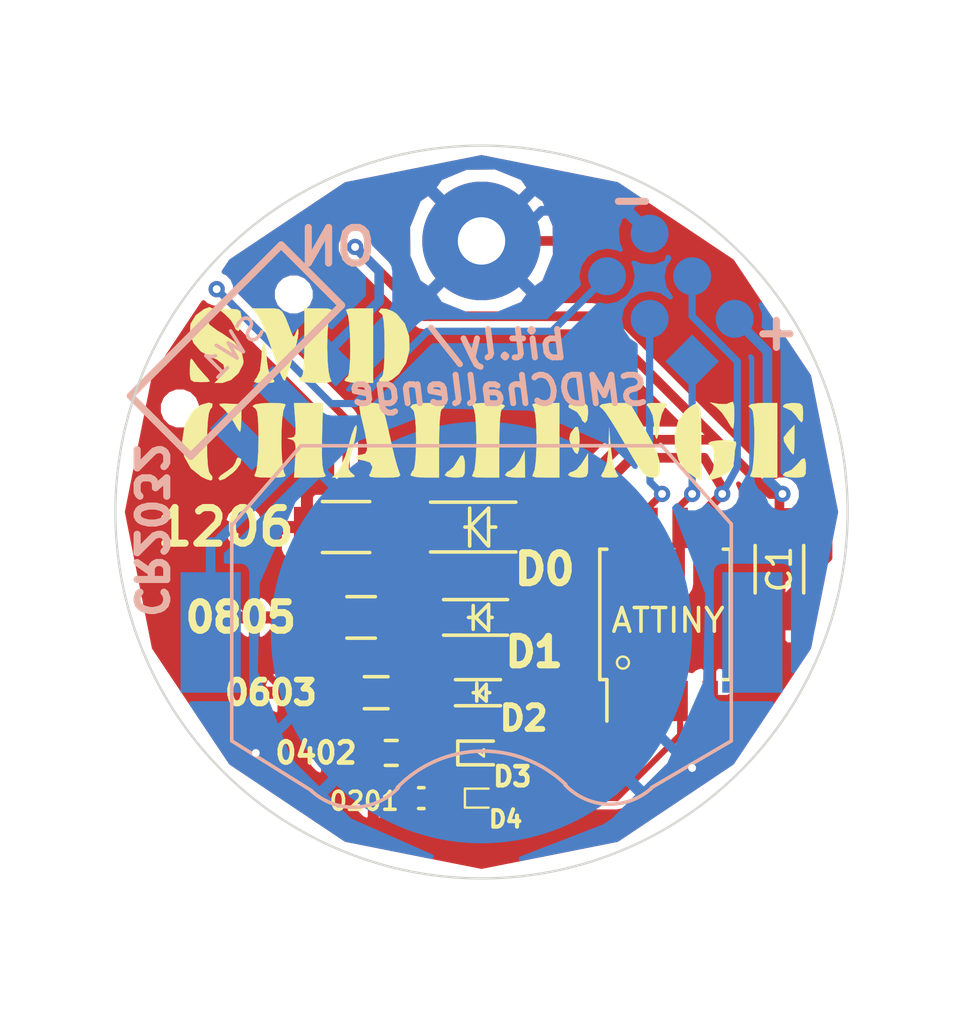
<source format=kicad_pcb>
(kicad_pcb (version 20201115) (generator pcbnew)
  (layers (0 "F.Cu" signal) (31 "B.Cu" signal) (34 "B.Paste" user) (35 "F.Paste" user) (36 "B.SilkS" user "B.Silkscreen") (37 "F.SilkS" user "F.Silkscreen") (38 "B.Mask" user) (39 "F.Mask" user) (44 "Edge.Cuts" user))
  (net 0 "")
  (net 1 "GND")
  (net 2 "+BATT")
  (net 3 "Net-(CON1-Pad1)")
  (net 4 "Net-(CON1-Pad3)")
  (net 5 "Net-(CON1-Pad4)")
  (net 6 "Net-(CON1-Pad5)")
  (net 7 "Net-(D1-Pad1)")
  (net 8 "Net-(D2-Pad1)")
  (net 9 "Net-(D3-Pad1)")
  (net 10 "Net-(D0-Pad1)")
  (net 11 "Net-(D3-Pad2)")
  (net 12 "Net-(D4-Pad2)")
  (net 13 "Net-(D4-Pad1)")
  (net 14 "Net-(BT1-Pad1)")
  (net 15 "Net-(SW1-Pad1)")
  (footprint "footprints:C_1206_HandSoldering" (layer "F.Cu") (at 220.853 93.853 90)
    (fp_text reference "C1" (at 0 0 90) (layer "F.SilkS"))
    (fp_text value "0.1 uF")
    (fp_line (start -1 1.025) (end 1 1.025) (layer "F.SilkS") (width 0.15))
    (fp_line (start 1 -1.025) (end -1 -1.025) (layer "F.SilkS") (width 0.15))
    (pad "1" smd rect (at -1.778 0 90) (size 1.6 1.6) (layers "F.Cu" "F.Paste" "F.Mask") (net 1 "GND"))
    (pad "2" smd rect (at 1.778 0 90) (size 1.6 1.6) (layers "F.Cu" "F.Paste" "F.Mask") (net 2 "+BATT"))
  )
  (footprint "footprints:LED-1206" (layer "F.Cu") (at 208.28 92.075)
    (fp_text reference "D0" (at 2.667 1.778) (layer "F.SilkS") (effects (font (size 1.25 1.25) (thickness 0.3125))))
    (fp_text value "LED")
    (fp_line (start 0.2 -0.7) (end -0.4 -0.1) (layer "F.SilkS") (width 0.15))
    (fp_line (start -0.4 0) (end 0.2 0.7) (layer "F.SilkS") (width 0.15))
    (fp_line (start -0.5 -0.5) (end -0.5 0.5) (layer "F.SilkS") (width 0.15))
    (fp_line (start -0.5 -0.7) (end -0.5 -0.8) (layer "F.SilkS") (width 0.15))
    (fp_line (start -0.7 0) (end -0.5 0) (layer "F.SilkS") (width 0.15))
    (fp_line (start 0.3 0.8) (end 0.3 -0.7) (layer "F.SilkS") (width 0.15))
    (fp_line (start -0.5 0.5) (end -0.5 0.7) (layer "F.SilkS") (width 0.15))
    (fp_line (start 0.2 0.7) (end 0.3 0.8) (layer "F.SilkS") (width 0.15))
    (fp_line (start -2.15 -1.05) (end 1.45 -1.05) (layer "F.SilkS") (width 0.15))
    (fp_line (start -0.5 -0.5) (end -0.5 -0.7) (layer "F.SilkS") (width 0.15))
    (fp_line (start 0.3 0) (end 0.6 0) (layer "F.SilkS") (width 0.15))
    (fp_line (start 0.2 -0.7) (end 0.3 -0.8) (layer "F.SilkS") (width 0.15))
    (fp_line (start -0.5 0.7) (end -0.5 0.8) (layer "F.SilkS") (width 0.15))
    (fp_line (start -2.15 1.05) (end 1.45 1.05) (layer "F.SilkS") (width 0.15))
    (fp_line (start 0.3 -0.7) (end 0.3 -0.8) (layer "F.SilkS") (width 0.15))
    (pad "1" smd rect (at -1.651 0 180) (size 1.7 1.80086) (layers "F.Cu" "F.Paste" "F.Mask") (net 10 "Net-(D0-Pad1)"))
    (pad "2" smd rect (at 1.524 0 180) (size 1.7 1.80086) (layers "F.Cu" "F.Paste" "F.Mask") (net 5 "Net-(CON1-Pad4)"))
  )
  (footprint "footprints:LED-0805" (layer "F.Cu") (at 208.28 95.885)
    (fp_text reference "D1" (at 2.2225 1.4605) (layer "F.SilkS") (effects (font (size 1.2 1.2) (thickness 0.3))))
    (fp_text value "LED")
    (fp_line (start -1.6 0.75) (end 1.1 0.75) (layer "F.SilkS") (width 0.15))
    (fp_line (start -1.6 -0.75) (end 1.1 -0.75) (layer "F.SilkS") (width 0.15))
    (fp_line (start -0.35 -0.35) (end -0.35 -0.5) (layer "F.SilkS") (width 0.15))
    (fp_line (start -0.25 0) (end 0.3 -0.55) (layer "F.SilkS") (width 0.15))
    (fp_line (start 0.3 0) (end 0.45 0) (layer "F.SilkS") (width 0.15))
    (fp_line (start 0.3 0.55) (end -0.25 0) (layer "F.SilkS") (width 0.15))
    (fp_line (start -0.35 -0.35) (end -0.35 0.35) (layer "F.SilkS") (width 0.15))
    (fp_line (start -0.35 0.35) (end -0.35 0.5) (layer "F.SilkS") (width 0.15))
    (fp_line (start 0.3 -0.55) (end 0.3 0.55) (layer "F.SilkS") (width 0.15))
    (fp_line (start -0.55 0) (end -0.2 0) (layer "F.SilkS") (width 0.15))
    (pad "1" smd rect (at -1.27 0 180) (size 1.3 1.19888) (layers "F.Cu" "F.Paste" "F.Mask") (net 7 "Net-(D1-Pad1)"))
    (pad "2" smd rect (at 1.143 0 180) (size 1.3 1.19888) (layers "F.Cu" "F.Paste" "F.Mask") (net 3 "Net-(CON1-Pad1)"))
  )
  (footprint "footprints:LED-0603" (layer "F.Cu") (at 208.28 99.06)
    (fp_text reference "D2" (at 1.778 1.0795) (layer "F.SilkS") (effects (font (thickness 0.25))))
    (fp_text value "LED")
    (fp_line (start -0.2 0) (end -0.15 0) (layer "F.SilkS") (width 0.15))
    (fp_line (start -0.1 0) (end 0.2 -0.35) (layer "F.SilkS") (width 0.15))
    (fp_line (start -1.1 0.55) (end 0.8 0.55) (layer "F.SilkS") (width 0.15))
    (fp_line (start -0.35 0) (end -0.15 0) (layer "F.SilkS") (width 0.15))
    (fp_line (start 0.2 0) (end 0.35 0) (layer "F.SilkS") (width 0.15))
    (fp_line (start -1.1 -0.55) (end 0.8 -0.55) (layer "F.SilkS") (width 0.15))
    (fp_line (start -0.2 -0.4) (end -0.2 0.35) (layer "F.SilkS") (width 0.15))
    (fp_line (start 0.2 0.35) (end -0.2 0) (layer "F.SilkS") (width 0.15))
    (fp_line (start 0.2 -0.35) (end 0.2 0.35) (layer "F.SilkS") (width 0.15))
    (pad "1" smd rect (at -0.889 0 180) (size 1 0.79756) (layers "F.Cu" "F.Paste" "F.Mask") (net 8 "Net-(D2-Pad1)"))
    (pad "2" smd rect (at 0.889 0 180) (size 1 0.79756) (layers "F.Cu" "F.Paste" "F.Mask") (net 4 "Net-(CON1-Pad3)"))
  )
  (footprint "LED_0402" (layer "F.Cu") (at 208.28 101.6)
    (fp_text reference "D3" (at 1.3 1) (layer "F.SilkS") (effects (font (size 0.8 0.8) (thickness 0.2))))
    (fp_text value "LED")
    (fp_line (start -0.1 0) (end 0.1 0.15) (layer "F.SilkS") (width 0.1))
    (fp_line (start -1 -0.5) (end 0.5 -0.5) (layer "F.SilkS") (width 0.15))
    (fp_line (start -0.1 0) (end 0.1 -0.15) (layer "F.SilkS") (width 0.1))
    (fp_line (start 0.1 0.15) (end 0.1 -0.15) (layer "F.SilkS") (width 0.1))
    (fp_line (start 0.5 0.5) (end -1 0.5) (layer "F.SilkS") (width 0.15))
    (fp_line (start -1 0.5) (end -1 -0.5) (layer "F.SilkS") (width 0.15))
    (pad "1" smd rect (at -0.5 0) (size 0.7 0.6) (layers "F.Cu" "F.Paste" "F.Mask") (net 9 "Net-(D3-Pad1)"))
    (pad "2" smd rect (at 0.5 0) (size 0.7 0.6) (layers "F.Cu" "F.Paste" "F.Mask") (net 11 "Net-(D3-Pad2)"))
  )
  (footprint "LED_0201" (layer "F.Cu") (at 208.28 103.505)
    (fp_text reference "D4" (at 1.016 0.889) (layer "F.SilkS") (effects (font (size 0.7 0.7) (thickness 0.175))))
    (fp_text value "LED")
    (fp_line (start -0.7 0.4) (end -0.7 -0.4) (layer "F.SilkS") (width 0.1))
    (fp_line (start -0.7 -0.4) (end 0.3 -0.4) (layer "F.SilkS") (width 0.1))
    (fp_line (start 0.3 0.4) (end -0.7 0.4) (layer "F.SilkS") (width 0.1))
    (pad "1" smd rect (at -0.3 0) (size 0.4 0.4) (layers "F.Cu" "F.Paste" "F.Mask") (net 13 "Net-(D4-Pad1)"))
    (pad "2" smd rect (at 0.3 0) (size 0.4 0.4) (layers "F.Cu" "F.Paste" "F.Mask") (net 12 "Net-(D4-Pad2)"))
  )
  (footprint "footprints:SOIJ-8_5.3x5.3mm_Pitch1.27mm" (layer "F.Cu") (at 216.027 95.758 90)
    (fp_text reference "IC1" hide)
    (fp_text value "ATTINY" (at -0.254 0.127 180) (layer "F.SilkS"))
    (fp_line (start -2.75 -2.755) (end 2.75 -2.755) (layer "F.SilkS") (width 0.15))
    (fp_line (start -2.75 -2.755) (end -2.75 -2.455) (layer "F.SilkS") (width 0.15))
    (fp_line (start -2.75 2.755) (end 2.75 2.755) (layer "F.SilkS") (width 0.15))
    (fp_line (start 2.75 2.755) (end 2.75 2.455) (layer "F.SilkS") (width 0.15))
    (fp_line (start -2.75 2.755) (end -2.75 2.455) (layer "F.SilkS") (width 0.15))
    (fp_line (start -2.75 -2.455) (end -4.5 -2.455) (layer "F.SilkS") (width 0.15))
    (fp_line (start 2.75 -2.755) (end 2.75 -2.455) (layer "F.SilkS") (width 0.15))
    (fp_circle (center -2.032 -1.778) (end -2.286 -1.778) (layer "F.SilkS") (width 0.1) (fill none))
    (pad "1" smd rect (at -3.65 -1.905 90) (size 1.7 0.65) (layers "F.Cu" "F.Paste" "F.Mask") (net 6 "Net-(CON1-Pad5)"))
    (pad "2" smd rect (at -3.65 -0.635 90) (size 1.7 0.65) (layers "F.Cu" "F.Paste" "F.Mask") (net 11 "Net-(D3-Pad2)"))
    (pad "3" smd rect (at -3.65 0.635 90) (size 1.7 0.65) (layers "F.Cu" "F.Paste" "F.Mask") (net 12 "Net-(D4-Pad2)"))
    (pad "4" smd rect (at -3.65 1.905 90) (size 1.7 0.65) (layers "F.Cu" "F.Paste" "F.Mask") (net 1 "GND"))
    (pad "5" smd rect (at 3.65 1.905 90) (size 1.7 0.65) (layers "F.Cu" "F.Paste" "F.Mask") (net 5 "Net-(CON1-Pad4)"))
    (pad "6" smd rect (at 3.65 0.635 90) (size 1.7 0.65) (layers "F.Cu" "F.Paste" "F.Mask") (net 3 "Net-(CON1-Pad1)"))
    (pad "7" smd rect (at 3.65 -0.635 90) (size 1.7 0.65) (layers "F.Cu" "F.Paste" "F.Mask") (net 4 "Net-(CON1-Pad3)"))
    (pad "8" smd rect (at 3.65 -1.905 90) (size 1.7 0.65) (layers "F.Cu" "F.Paste" "F.Mask") (net 2 "+BATT"))
  )
  (footprint "footprints:testPad" (layer "F.Cu") (at 212.09 92.075)
    (fp_text reference "P0" hide)
    (fp_text value "CONN_01X01")
    (pad "1" smd oval (at 0 0) (size 0.508 0.762) (layers "F.Cu" "F.Paste" "F.Mask") (net 5 "Net-(CON1-Pad4)"))
  )
  (footprint "footprints:testPad" (layer "F.Cu") (at 211.582 95.885)
    (fp_text reference "P1" hide)
    (fp_text value "CONN_01X01")
    (pad "1" smd oval (at 0 0) (size 0.508 0.762) (layers "F.Cu" "F.Paste" "F.Mask") (net 3 "Net-(CON1-Pad1)"))
  )
  (footprint "footprints:testPad" (layer "F.Cu") (at 211.201 99.06)
    (fp_text reference "P2" hide)
    (fp_text value "CONN_01X01")
    (pad "1" smd oval (at 0 0) (size 0.508 0.762) (layers "F.Cu" "F.Paste" "F.Mask") (net 4 "Net-(CON1-Pad3)"))
  )
  (footprint "footprints:testPad" (layer "F.Cu") (at 210.82 101.6)
    (fp_text reference "P3" hide)
    (fp_text value "CONN_01X01")
    (pad "1" smd oval (at 0 0) (size 0.508 0.762) (layers "F.Cu" "F.Paste" "F.Mask") (net 11 "Net-(D3-Pad2)"))
  )
  (footprint "footprints:testPad" (layer "F.Cu") (at 210.566 103.505)
    (fp_text reference "P4" hide)
    (fp_text value "CONN_01X01")
    (pad "1" smd oval (at 0 0) (size 0.508 0.762) (layers "F.Cu" "F.Paste" "F.Mask") (net 12 "Net-(D4-Pad2)"))
  )
  (footprint "footprints:testPad" (layer "F.Cu") (at 198.247 92.075)
    (fp_text reference "PG0" hide)
    (fp_text value "CONN_01X01")
    (pad "1" smd oval (at 0 0) (size 0.508 0.762) (layers "F.Cu" "F.Paste" "F.Mask") (net 1 "GND"))
  )
  (footprint "footprints:testPad" (layer "F.Cu") (at 198.6915 95.885)
    (fp_text reference "PG1" hide)
    (fp_text value "CONN_01X01")
    (pad "1" smd oval (at 0 0) (size 0.508 0.762) (layers "F.Cu" "F.Paste" "F.Mask") (net 1 "GND"))
  )
  (footprint "footprints:testPad" (layer "F.Cu") (at 199.898 99.06)
    (fp_text reference "PG2" hide)
    (fp_text value "CONN_01X01")
    (pad "1" smd oval (at 0 0) (size 0.508 0.762) (layers "F.Cu" "F.Paste" "F.Mask") (net 1 "GND"))
  )
  (footprint "footprints:testPad" (layer "F.Cu") (at 201.7395 101.6)
    (fp_text reference "PG3" hide)
    (fp_text value "CONN_01X01")
    (pad "1" smd oval (at 0 0) (size 0.508 0.762) (layers "F.Cu" "F.Paste" "F.Mask") (net 1 "GND"))
  )
  (footprint "footprints:testPad" (layer "F.Cu") (at 203.708 103.505)
    (fp_text reference "PG4" hide)
    (fp_text value "CONN_01X01")
    (pad "1" smd oval (at 0 0) (size 0.508 0.762) (layers "F.Cu" "F.Paste" "F.Mask") (net 1 "GND"))
  )
  (footprint "footprints:R_1206" (layer "F.Cu") (at 202.565 92.075 180)
    (fp_text reference "R0" hide)
    (fp_text value "330")
    (fp_line (start 1 1.075) (end -1 1.075) (layer "F.SilkS") (width 0.15))
    (fp_line (start -1 -1.075) (end 1 -1.075) (layer "F.SilkS") (width 0.15))
    (pad "1" smd rect (at -1.778 0 180) (size 1.1 1.7) (layers "F.Cu" "F.Paste" "F.Mask") (net 10 "Net-(D0-Pad1)"))
    (pad "2" smd rect (at 1.651 0 180) (size 1.1 1.7) (layers "F.Cu" "F.Paste" "F.Mask") (net 1 "GND"))
  )
  (footprint "footprints:R_0805" (layer "F.Cu") (at 203.2 95.885 180)
    (fp_text reference "R1" hide)
    (fp_text value "330")
    (fp_line (start -0.6 -0.875) (end 0.6 -0.875) (layer "F.SilkS") (width 0.15))
    (fp_line (start 0.6 0.875) (end -0.6 0.875) (layer "F.SilkS") (width 0.15))
    (pad "1" smd rect (at -1.143 0 180) (size 0.9 1.3) (layers "F.Cu" "F.Paste" "F.Mask") (net 7 "Net-(D1-Pad1)"))
    (pad "2" smd rect (at 1.143 0 180) (size 0.9 1.3) (layers "F.Cu" "F.Paste" "F.Mask") (net 1 "GND"))
  )
  (footprint "footprints:R_0603" (layer "F.Cu") (at 203.835 99.06 180)
    (fp_text reference "R2" hide)
    (fp_text value "330")
    (fp_line (start 0.5 0.675) (end -0.5 0.675) (layer "F.SilkS") (width 0.15))
    (fp_line (start -0.5 -0.675) (end 0.5 -0.675) (layer "F.SilkS") (width 0.15))
    (pad "1" smd rect (at -0.889 0 180) (size 0.7 0.9) (layers "F.Cu" "F.Paste" "F.Mask") (net 8 "Net-(D2-Pad1)"))
    (pad "2" smd rect (at 1.016 0 180) (size 0.7 0.9) (layers "F.Cu" "F.Paste" "F.Mask") (net 1 "GND"))
  )
  (footprint "footprints:R_0402" (layer "F.Cu") (at 204.47 101.6 180)
    (fp_text reference "R3" hide)
    (fp_text value "330")
    (fp_line (start -0.25 0.525) (end 0.25 0.525) (layer "F.SilkS") (width 0.15))
    (fp_line (start 0.25 -0.525) (end -0.25 -0.525) (layer "F.SilkS") (width 0.15))
    (pad "1" smd rect (at -0.4 0 180) (size 0.6 0.6) (layers "F.Cu" "F.Paste" "F.Mask") (net 9 "Net-(D3-Pad1)"))
    (pad "2" smd rect (at 0.5 0 180) (size 0.6 0.6) (layers "F.Cu" "F.Paste" "F.Mask") (net 1 "GND"))
  )
  (footprint "footprints:R_0201" (layer "F.Cu") (at 205.74 103.505 180)
    (fp_text reference "R4" hide)
    (fp_text value "330")
    (fp_line (start 0.115 -0.44) (end -0.115 -0.44) (layer "F.SilkS") (width 0.15))
    (fp_line (start -0.115 0.44) (end 0.115 0.44) (layer "F.SilkS") (width 0.15))
    (pad "1" smd rect (at -0.4 0 180) (size 0.45 0.43) (layers "F.Cu" "F.Paste" "F.Mask") (net 13 "Net-(D4-Pad1)"))
    (pad "2" smd rect (at 0.4 0 180) (size 0.45 0.43) (layers "F.Cu" "F.Paste" "F.Mask") (net 1 "GND"))
  )
  (footprint "footprints:Pin_Header_Straight_1x01" (layer "F.Cu") (at 208.28 80.01)
    (fp_text reference "P5" hide)
    (fp_text value "CONN_01X01")
    (pad "1" thru_hole circle (at 0 0) (size 5 5) (drill 2) (layers *.Cu *.Mask) (net 1 "GND"))
  )
  (footprint "footprints:logo" (layer "F.Cu") (at 208.788 86.36)
    (fp_text reference "G***" hide)
    (fp_text value "LOGO" hide)
    (fp_poly (pts (xy -9.649542 -1.964993) (xy -9.594809 -1.723655) (xy -9.564585 -1.318583) (xy -9.563739 -1.279524) (xy -9.508127 -0.911507) (xy -9.382261 -0.618381) (xy -9.355063 -0.584048) (xy -9.247712 -0.446811) (xy -9.283555 -0.382617) (xy -9.502693 -0.363845) (xy -9.67619 -0.362857) (xy -9.993162 -0.370005) (xy -10.108383 -0.409863) (xy -10.061954 -0.510053) (xy -9.997318 -0.584048) (xy -9.854367 -0.883458) (xy -9.791957 -1.387375) (xy -9.788642 -1.521429) (xy -9.763675 -1.882397) (xy -9.711569 -2.024079) (xy -9.649542 -1.964993)) (layer "F.SilkS") (width 0.01) (fill solid))
    (fp_poly (pts (xy 1.322741 3.054048) (xy 1.330476 3.628571) (xy 0.907143 3.628571) (xy 0.627303 3.600233) (xy 0.487455 3.530552) (xy 0.48381 3.51577) (xy 0.582944 3.390273) (xy 0.704431 3.332945) (xy 0.904506 3.182649) (xy 1.100758 2.908296) (xy 1.120029 2.871223) (xy 1.315005 2.479524) (xy 1.322741 3.054048)) (layer "F.SilkS") (width 0.01) (fill solid))
    (fp_poly (pts (xy 3.851827 0.502533) (xy 3.968187 0.60817) (xy 3.991376 0.874921) (xy 3.991429 0.907143) (xy 3.953314 1.210558) (xy 3.860875 1.325262) (xy 3.746971 1.230734) (xy 3.691011 1.094758) (xy 3.520155 0.862571) (xy 3.38048 0.784227) (xy 3.170926 0.672047) (xy 3.181106 0.564517) (xy 3.3905 0.494494) (xy 3.568095 0.483809) (xy 3.851827 0.502533)) (layer "F.SilkS") (width 0.01) (fill solid))
    (fp_poly (pts (xy 10.147985 0.590531) (xy 10.16 0.943428) (xy 10.150049 1.296365) (xy 10.124512 1.524567) (xy 10.10263 1.572381) (xy 10.014205 1.476858) (xy 9.875693 1.24415) (xy 9.861416 1.216866) (xy 9.642557 0.895619) (xy 9.404738 0.659155) (xy 9.131905 0.456959) (xy 9.507361 0.524309) (xy 9.821666 0.531242) (xy 10.021409 0.453067) (xy 10.104524 0.42977) (xy 10.147985 0.590531)) (layer "F.SilkS") (width 0.01) (fill solid))
    (fp_poly (pts (xy -11.143621 -3.487547) (xy -10.827296 -3.46355) (xy -10.684113 -3.380647) (xy -10.645422 -3.172423) (xy -10.643809 -3.003981) (xy -10.678963 -2.682608) (xy -10.76574 -2.547045) (xy -10.87612 -2.618235) (xy -10.945189 -2.77875) (xy -11.092233 -3.021902) (xy -11.332199 -3.262316) (xy -11.643432 -3.507132) (xy -11.143621 -3.487547)) (layer "F.SilkS") (width 0.01) (fill solid))
    (fp_poly (pts (xy -10.645031 2.855315) (xy -10.683109 3.04096) (xy -10.859086 3.286958) (xy -11.015947 3.436391) (xy -11.341904 3.675073) (xy -11.546683 3.746909) (xy -11.610664 3.658809) (xy -11.515604 3.544045) (xy -11.284101 3.38316) (xy -11.247807 3.362054) (xy -11.002255 3.172439) (xy -10.886955 2.985166) (xy -10.885714 2.968959) (xy -10.822119 2.804421) (xy -10.764762 2.781905) (xy -10.645031 2.855315)) (layer "F.SilkS") (width 0.01) (fill solid))
    (fp_poly (pts (xy -4.524389 -3.487077) (xy -4.239434 -3.372257) (xy -4.076972 -3.263823) (xy -3.742405 -2.857968) (xy -3.56479 -2.334748) (xy -3.545991 -1.762445) (xy -3.687869 -1.209341) (xy -3.992288 -0.743719) (xy -4.00781 -0.727941) (xy -4.292717 -0.502111) (xy -4.566315 -0.37724) (xy -4.768041 -0.371134) (xy -4.838095 -0.48381) (xy -4.746053 -0.601247) (xy -4.717143 -0.604762) (xy -4.662568 -0.720418) (xy -4.622631 -1.046779) (xy -4.600141 -1.552936) (xy -4.59619 -1.935238) (xy -4.606705 -2.535558) (xy -4.636374 -2.974867) (xy -4.682388 -3.222255) (xy -4.717143 -3.265714) (xy -4.83458 -3.357756) (xy -4.838095 -3.386667) (xy -4.74776 -3.495725) (xy -4.524389 -3.487077)) (layer "F.SilkS") (width 0.01) (fill solid))
    (fp_poly (pts (xy -9.254168 -3.505223) (xy -9.054885 -3.469588) (xy -8.912481 -3.358049) (xy -8.784596 -3.127939) (xy -8.628872 -2.736591) (xy -8.532018 -2.479524) (xy -8.455144 -2.306464) (xy -8.393449 -2.357134) (xy -8.341233 -2.479524) (xy -8.264282 -2.645379) (xy -8.238103 -2.58976) (xy -8.233263 -2.492564) (xy -8.262395 -2.26794) (xy -8.345553 -1.901445) (xy -8.46196 -1.465808) (xy -8.590838 -1.033759) (xy -8.711407 -0.678028) (xy -8.80289 -0.471346) (xy -8.81546 -0.454724) (xy -8.883714 -0.524786) (xy -9.003796 -0.783507) (xy -9.157669 -1.187953) (xy -9.298193 -1.603772) (xy -9.48687 -2.153435) (xy -9.678124 -2.648452) (xy -9.845308 -3.022754) (xy -9.931919 -3.175) (xy -10.167242 -3.507619) (xy -9.552687 -3.507619) (xy -9.254168 -3.505223)) (layer "F.SilkS") (width 0.01) (fill solid))
    (fp_poly (pts (xy 13.179244 3.020492) (xy 13.18381 3.205238) (xy 13.169163 3.476283) (xy 13.078727 3.596737) (xy 12.842761 3.627625) (xy 12.7 3.628571) (xy 12.397037 3.601746) (xy 12.228527 3.534732) (xy 12.216191 3.507619) (xy 12.313516 3.398861) (xy 12.38884 3.386667) (xy 12.579446 3.298723) (xy 12.797232 3.086961) (xy 12.799343 3.084286) (xy 13.01449 2.84379) (xy 13.132577 2.819836) (xy 13.179244 3.020492)) (layer "F.SilkS") (width 0.01) (fill solid))
    (fp_poly (pts (xy 0.130271 0.50164) (xy 0.400071 0.548496) (xy 0.48381 0.604762) (xy 0.391768 0.722199) (xy 0.362857 0.725714) (xy 0.309764 0.84192) (xy 0.270482 1.172095) (xy 0.247316 1.68858) (xy 0.241905 2.177143) (xy 0.241905 3.628571) (xy -0.387048 3.628571) (xy -0.74816 3.616734) (xy -0.90127 3.574614) (xy -0.879423 3.492297) (xy -0.870857 3.483428) (xy -0.801832 3.294009) (xy -0.754056 2.927903) (xy -0.727527 2.449395) (xy -0.722246 1.922767) (xy -0.738212 1.412303) (xy -0.775427 0.982287) (xy -0.833889 0.697002) (xy -0.870857 0.628952) (xy -0.900358 0.547959) (xy -0.764503 0.502526) (xy -0.430859 0.484869) (xy -0.266095 0.483809) (xy 0.130271 0.50164)) (layer "F.SilkS") (width 0.01) (fill solid))
    (fp_poly (pts (xy -2.395348 0.502171) (xy -2.133276 0.550139) (xy -2.05619 0.604762) (xy -2.148232 0.722199) (xy -2.177143 0.725714) (xy -2.230236 0.84192) (xy -2.269518 1.172095) (xy -2.292684 1.68858) (xy -2.298095 2.177143) (xy -2.298095 3.628571) (xy -2.902857 3.628571) (xy -3.247856 3.608097) (xy -3.466822 3.555748) (xy -3.507619 3.514757) (xy -3.419699 3.350947) (xy -3.386667 3.32619) (xy -3.33445 3.17945) (xy -3.293823 2.84469) (xy -3.269909 2.375709) (xy -3.265714 2.05619) (xy -3.277298 1.533029) (xy -3.308633 1.112189) (xy -3.354595 0.847467) (xy -3.386667 0.78619) (xy -3.514092 0.650649) (xy -3.413943 0.551456) (xy -3.098665 0.494836) (xy -2.781905 0.483809) (xy -2.395348 0.502171)) (layer "F.SilkS") (width 0.01) (fill solid))
    (fp_poly (pts (xy 10.052081 2.068194) (xy 10.221318 2.115332) (xy 10.244334 2.214299) (xy 10.233417 2.247511) (xy 10.182121 2.498743) (xy 10.160019 2.84009) (xy 10.16 2.849485) (xy 10.092482 3.214466) (xy 9.887857 3.43176) (xy 9.557031 3.605866) (xy 9.272076 3.697906) (xy 9.097356 3.69116) (xy 9.071429 3.64386) (xy 9.159742 3.471854) (xy 9.192381 3.447143) (xy 9.265869 3.290477) (xy 9.30878 2.983803) (xy 9.313333 2.835243) (xy 9.28901 2.513128) (xy 9.227555 2.321399) (xy 9.192381 2.298095) (xy 9.074943 2.206053) (xy 9.071429 2.177143) (xy 9.180341 2.108766) (xy 9.459375 2.064916) (xy 9.689131 2.05619) (xy 10.052081 2.068194)) (layer "F.SilkS") (width 0.01) (fill solid))
    (fp_poly (pts (xy -11.157857 0.515379) (xy -10.643809 0.535213) (xy -10.643809 1.114273) (xy -10.654568 1.450851) (xy -10.681958 1.659704) (xy -10.70118 1.693333) (xy -10.78728 1.596766) (xy -10.926164 1.358613) (xy -10.956142 1.300238) (xy -11.166394 0.969275) (xy -11.403417 0.708963) (xy -11.41282 0.701344) (xy -11.561049 0.573345) (xy -11.55078 0.517205) (xy -11.349006 0.508848) (xy -11.157857 0.515379)) (layer "F.SilkS") (width 0.01) (fill solid))
    (fp_poly (pts (xy -5.08 -0.362857) (xy -5.684762 -0.362857) (xy -6.029744 -0.384613) (xy -6.248712 -0.440241) (xy -6.289524 -0.48381) (xy -6.197482 -0.601247) (xy -6.168571 -0.604762) (xy -6.110396 -0.715654) (xy -6.070714 -1.009582) (xy -6.049013 -1.428424) (xy -6.044785 -1.91406) (xy -6.05752 -2.408368) (xy -6.086707 -2.853227) (xy -6.131837 -3.190515) (xy -6.1924 -3.362111) (xy -6.192762 -3.362476) (xy -6.227533 -3.448542) (xy -6.090064 -3.493595) (xy -5.747312 -3.507549) (xy -5.708952 -3.507619) (xy -5.08 -3.507619) (xy -5.08 -0.362857)) (layer "F.SilkS") (width 0.01) (fill solid))
    (fp_poly (pts (xy 11.974286 3.628571) (xy 11.345333 3.628571) (xy 10.984221 3.616734) (xy 10.831111 3.574614) (xy 10.852958 3.492297) (xy 10.861524 3.483428) (xy 10.922168 3.312866) (xy 10.967381 2.976303) (xy 10.996654 2.531861) (xy 11.009477 2.037662) (xy 11.005341 1.551827) (xy 10.983734 1.132477) (xy 10.944148 0.837733) (xy 10.886073 0.725718) (xy 10.885714 0.725714) (xy 10.768277 0.633672) (xy 10.764762 0.604762) (xy 10.873543 0.535765) (xy 11.151679 0.491972) (xy 11.369524 0.483809) (xy 11.974286 0.483809) (xy 11.974286 3.628571)) (layer "F.SilkS") (width 0.01) (fill solid))
    (fp_poly (pts (xy 6.381501 1.568034) (xy 6.703258 2.14711) (xy 6.901799 2.583232) (xy 6.997862 2.927854) (xy 7.015238 3.140415) (xy 7.000465 3.452706) (xy 6.924997 3.591599) (xy 6.742108 3.6252) (xy 6.682619 3.625223) (xy 6.537221 3.604103) (xy 6.398347 3.522196) (xy 6.239991 3.346928) (xy 6.036144 3.045725) (xy 5.7608 2.586015) (xy 5.523759 2.173794) (xy 5.215999 1.647786) (xy 4.943622 1.207109) (xy 4.731422 0.890063) (xy 4.60419 0.734947) (xy 4.586378 0.725714) (xy 4.478402 0.633382) (xy 4.475238 0.604762) (xy 4.584331 0.537245) (xy 4.864605 0.493341) (xy 5.111501 0.483809) (xy 5.747764 0.483809) (xy 6.381501 1.568034)) (layer "F.SilkS") (width 0.01) (fill solid))
    (fp_poly (pts (xy 12.7 2.033383) (xy 12.691906 2.385887) (xy 12.671138 2.613565) (xy 12.653435 2.660952) (xy 12.561761 2.571643) (xy 12.41153 2.362827) (xy 12.257415 2.104485) (xy 12.245793 1.935772) (xy 12.38408 1.745637) (xy 12.458095 1.665469) (xy 12.7 1.405815) (xy 12.7 2.033383)) (layer "F.SilkS") (width 0.01) (fill solid))
    (fp_poly (pts (xy 8.668303 0.57035) (xy 8.729191 0.786002) (xy 8.758926 1.179373) (xy 8.768446 1.776674) (xy 8.769048 2.116834) (xy 8.769048 3.741919) (xy 8.674016 3.696481) (xy 8.527143 3.634132) (xy 8.106626 3.340002) (xy 7.814947 2.896743) (xy 7.659058 2.364182) (xy 7.645913 1.802146) (xy 7.782463 1.27046) (xy 8.075663 0.828952) (xy 8.189353 0.727606) (xy 8.409321 0.567362) (xy 8.565326 0.506206) (xy 8.668303 0.57035)) (layer "F.SilkS") (width 0.01) (fill solid))
    (fp_poly (pts (xy -6.992793 -3.495782) (xy -6.839682 -3.453661) (xy -6.86153 -3.371345) (xy -6.870095 -3.362476) (xy -6.93912 -3.173057) (xy -6.986897 -2.806951) (xy -7.013426 -2.328442) (xy -7.018707 -1.801814) (xy -7.00274 -1.291351) (xy -6.965525 -0.861334) (xy -6.907063 -0.57605) (xy -6.870095 -0.508) (xy -6.840594 -0.427007) (xy -6.976449 -0.381574) (xy -7.310094 -0.363916) (xy -7.474857 -0.362857) (xy -7.871223 -0.380688) (xy -8.141023 -0.427544) (xy -8.224762 -0.48381) (xy -8.13272 -0.601247) (xy -8.103809 -0.604762) (xy -8.050716 -0.720967) (xy -8.011434 -1.051143) (xy -7.988269 -1.567627) (xy -7.982857 -2.056191) (xy -7.982857 -3.507619) (xy -7.353905 -3.507619) (xy -6.992793 -3.495782)) (layer "F.SilkS") (width 0.01) (fill solid))
    (fp_poly (pts (xy -12.693481 -1.325378) (xy -12.662649 -1.27711) (xy -12.472909 -1.017629) (xy -12.246429 -0.757565) (xy -12.05989 -0.55062) (xy -11.974804 -0.433007) (xy -11.974286 -0.429807) (xy -12.080683 -0.404389) (xy -12.342285 -0.3976) (xy -12.397619 -0.3988) (xy -12.656535 -0.417685) (xy -12.778919 -0.499445) (xy -12.814257 -0.710964) (xy -12.813839 -0.961352) (xy -12.801846 -1.2816) (xy -12.766859 -1.392222) (xy -12.693481 -1.325378)) (layer "F.SilkS") (width 0.01) (fill solid))
    (fp_poly (pts (xy 3.990976 3.114524) (xy 3.980548 3.436779) (xy 3.911363 3.584867) (xy 3.727713 3.626507) (xy 3.568095 3.628571) (xy 3.288285 3.598192) (xy 3.148418 3.523492) (xy 3.144762 3.507619) (xy 3.242852 3.400603) (xy 3.327968 3.386667) (xy 3.505335 3.291367) (xy 3.710506 3.055935) (xy 3.75085 2.993571) (xy 3.990524 2.600476) (xy 3.990976 3.114524)) (layer "F.SilkS") (width 0.01) (fill solid))
    (fp_poly (pts (xy -11.85911 0.514862) (xy -11.879206 0.662017) (xy -11.960679 0.760488) (xy -12.019773 0.934574) (xy -12.062034 1.280191) (xy -12.087145 1.734594) (xy -12.094788 2.235035) (xy -12.084646 2.71877) (xy -12.0564 3.123051) (xy -12.009732 3.385132) (xy -11.974286 3.447143) (xy -11.865989 3.586587) (xy -11.877856 3.720566) (xy -11.944048 3.747741) (xy -12.109752 3.696073) (xy -12.325483 3.59655) (xy -12.770922 3.241574) (xy -13.049638 2.747604) (xy -13.148467 2.162562) (xy -13.054248 1.534369) (xy -12.960624 1.284148) (xy -12.712829 0.852295) (xy -12.410334 0.596906) (xy -12.312087 0.549846) (xy -12.015842 0.470016) (xy -11.85911 0.514862)) (layer "F.SilkS") (width 0.01) (fill solid))
    (fp_poly (pts (xy -1.220784 2.908574) (xy -1.209524 3.144762) (xy -1.22234 3.454528) (xy -1.301471 3.59219) (xy -1.507942 3.627489) (xy -1.632857 3.628571) (xy -1.912713 3.601432) (xy -2.052551 3.534702) (xy -2.05619 3.52056) (xy -1.95989 3.388481) (xy -1.873715 3.342525) (xy -1.689773 3.186344) (xy -1.55192 2.966728) (xy -1.398939 2.713921) (xy -1.28537 2.696194) (xy -1.220784 2.908574)) (layer "F.SilkS") (width 0.01) (fill solid))
    (fp_poly (pts (xy 4.948367 2.370773) (xy 5.006546 2.828343) (xy 5.091146 3.207497) (xy 5.184021 3.427269) (xy 5.185524 3.429106) (xy 5.268233 3.559363) (xy 5.194067 3.615949) (xy 4.921488 3.628561) (xy 4.906523 3.628571) (xy 4.620498 3.619767) (xy 4.534963 3.564456) (xy 4.608521 3.419292) (xy 4.649808 3.359754) (xy 4.773079 3.043754) (xy 4.84533 2.549677) (xy 4.857652 2.301421) (xy 4.87721 1.511905) (xy 4.948367 2.370773)) (layer "F.SilkS") (width 0.01) (fill solid))
    (fp_poly (pts (xy 12.923255 0.502533) (xy 13.039616 0.60817) (xy 13.062805 0.874921) (xy 13.062857 0.907143) (xy 13.050467 1.221242) (xy 12.994871 1.305416) (xy 12.868432 1.17114) (xy 12.771599 1.028095) (xy 12.574157 0.810531) (xy 12.394831 0.725714) (xy 12.235669 0.659518) (xy 12.216191 0.604762) (xy 12.322517 0.524816) (xy 12.583967 0.484854) (xy 12.639524 0.483809) (xy 12.923255 0.502533)) (layer "F.SilkS") (width 0.01) (fill solid))
    (fp_poly (pts (xy 3.562084 1.500367) (xy 3.617256 1.735157) (xy 3.628571 2.05619) (xy 3.606621 2.46443) (xy 3.540288 2.635273) (xy 3.428845 2.569252) (xy 3.288882 2.306635) (xy 3.194638 2.012141) (xy 3.240768 1.786057) (xy 3.288451 1.701873) (xy 3.45478 1.491665) (xy 3.562084 1.500367)) (layer "F.SilkS") (width 0.01) (fill solid))
    (fp_poly (pts (xy -5.78726 1.423257) (xy -5.775622 1.574369) (xy -5.824038 1.893252) (xy -5.922246 2.316216) (xy -5.944408 2.398446) (xy -6.065061 2.850166) (xy -6.12048 3.127617) (xy -6.111905 3.289119) (xy -6.040579 3.392995) (xy -5.966843 3.452933) (xy -5.855363 3.555848) (xy -5.902624 3.606101) (xy -6.143987 3.623068) (xy -6.280369 3.624725) (xy -6.815501 3.628571) (xy -6.566446 3.356429) (xy -6.41316 3.104701) (xy -6.246461 2.701204) (xy -6.101332 2.23118) (xy -6.095772 2.209448) (xy -5.979812 1.804013) (xy -5.873705 1.523649) (xy -5.797233 1.418765) (xy -5.78726 1.423257)) (layer "F.SilkS") (width 0.01) (fill solid))
    (fp_poly (pts (xy -9.001596 0.493776) (xy -8.801946 0.528864) (xy -8.778711 0.596858) (xy -8.805333 0.628952) (xy -8.874358 0.818372) (xy -8.922135 1.184478) (xy -8.948664 1.662986) (xy -8.953945 2.189614) (xy -8.937978 2.700078) (xy -8.900764 3.130094) (xy -8.842301 3.415379) (xy -8.805333 3.483428) (xy -8.776764 3.563516) (xy -8.912355 3.608962) (xy -9.244387 3.627215) (xy -9.434286 3.628571) (xy -9.851759 3.618912) (xy -10.060192 3.584967) (xy -10.091863 3.519289) (xy -10.063238 3.483428) (xy -10.002594 3.312866) (xy -9.957381 2.976303) (xy -9.928108 2.531861) (xy -9.915285 2.037662) (xy -9.919421 1.551827) (xy -9.941028 1.132477) (xy -9.980614 0.837733) (xy -10.038689 0.725718) (xy -10.039048 0.725714) (xy -10.156485 0.633672) (xy -10.16 0.604762) (xy -10.049448 0.540832) (xy -9.758944 0.497316) (xy -9.410095 0.483809) (xy -9.001596 0.493776)) (layer "F.SilkS") (width 0.01) (fill solid))
    (fp_poly (pts (xy -11.863371 -3.502342) (xy -11.853333 -3.443347) (xy -11.919856 -3.284838) (xy -11.974286 -3.265714) (xy -12.073606 -3.164755) (xy -12.095238 -3.031486) (xy -11.985628 -2.816277) (xy -11.650945 -2.564651) (xy -11.461311 -2.456963) (xy -10.938362 -2.09494) (xy -10.631734 -1.69346) (xy -10.552591 -1.269046) (xy -10.573923 -1.143478) (xy -10.762958 -0.774106) (xy -11.079643 -0.490198) (xy -11.440507 -0.364018) (xy -11.475614 -0.362857) (xy -11.777995 -0.362857) (xy -11.512126 -0.610552) (xy -11.338133 -0.882007) (xy -11.397112 -1.137064) (xy -11.680143 -1.356936) (xy -11.91099 -1.450498) (xy -12.351767 -1.689502) (xy -12.65789 -2.039043) (xy -12.809745 -2.444508) (xy -12.787721 -2.851286) (xy -12.572208 -3.204767) (xy -12.54881 -3.226607) (xy -12.233421 -3.464475) (xy -11.991166 -3.560679) (xy -11.863371 -3.502342)) (layer "F.SilkS") (width 0.01) (fill solid))
    (fp_poly (pts (xy -5.205614 0.483809) (xy -5.009037 0.48504) (xy -4.864024 0.511781) (xy -4.753037 0.598608) (xy -4.658536 0.780095) (xy -4.562982 1.090817) (xy -4.448836 1.56535) (xy -4.298557 2.238268) (xy -4.285253 2.298095) (xy -4.173371 2.764812) (xy -4.064734 3.157742) (xy -3.98073 3.40032) (xy -3.97269 3.416905) (xy -3.935602 3.532962) (xy -4.008789 3.596772) (xy -4.237839 3.623551) (xy -4.606745 3.628571) (xy -5.009236 3.621402) (xy -5.210732 3.591701) (xy -5.251926 3.527173) (xy -5.202231 3.448683) (xy -5.104366 3.195054) (xy -5.211168 2.990772) (xy -5.486059 2.902995) (xy -5.499537 2.902857) (xy -5.728654 2.861922) (xy -5.805714 2.781905) (xy -5.704411 2.683633) (xy -5.563809 2.660952) (xy -5.409646 2.618495) (xy -5.337513 2.467992) (xy -5.345824 2.174748) (xy -5.432995 1.704071) (xy -5.505752 1.390952) (xy -5.614959 0.932934) (xy -5.657387 0.662348) (xy -5.616779 0.530056) (xy -5.476876 0.486918) (xy -5.221421 0.483797) (xy -5.205614 0.483809)) (layer "F.SilkS") (width 0.01) (fill solid))
    (fp_poly (pts (xy -7.23744 1.879755) (xy -7.246605 2.595986) (xy -7.224635 3.090062) (xy -7.17033 3.379871) (xy -7.131915 3.452294) (xy -7.082226 3.550493) (xy -7.167181 3.604117) (xy -7.427399 3.625732) (xy -7.701637 3.628571) (xy -8.417655 3.628571) (xy -8.368323 2.853823) (xy -8.349801 2.426991) (xy -8.370775 2.182938) (xy -8.443394 2.06409) (xy -8.544019 2.021187) (xy -8.703881 1.973931) (xy -8.628438 1.954964) (xy -8.542844 1.949269) (xy -8.41853 1.914616) (xy -8.3587 1.79325) (xy -8.350187 1.529115) (xy -8.369133 1.209524) (xy -8.421626 0.483809) (xy -7.809147 0.483651) (xy -7.196667 0.483493) (xy -7.23744 1.879755)) (layer "F.SilkS") (width 0.01) (fill solid))
    (fp_poly (pts (xy 7.21044 0.491502) (xy 7.325354 0.532058) (xy 7.279602 0.631692) (xy 7.223239 0.696352) (xy 7.100222 0.941472) (xy 7.012224 1.314579) (xy 6.992826 1.493778) (xy 6.954804 1.810853) (xy 6.899313 1.980388) (xy 6.864048 1.986791) (xy 6.806244 1.816461) (xy 6.775085 1.507001) (xy 6.773333 1.410556) (xy 6.71983 1.011421) (xy 6.583133 0.716527) (xy 6.573159 0.705) (xy 6.465807 0.567763) (xy 6.50165 0.503569) (xy 6.720788 0.484797) (xy 6.894286 0.483809) (xy 7.21044 0.491502)) (layer "F.SilkS") (width 0.01) (fill solid))
    (fp_poly (pts (xy 2.781905 3.628571) (xy 2.152952 3.628571) (xy 1.79184 3.616734) (xy 1.63873 3.574614) (xy 1.660577 3.492297) (xy 1.669143 3.483428) (xy 1.738168 3.294009) (xy 1.785944 2.927903) (xy 1.812473 2.449395) (xy 1.817754 1.922767) (xy 1.801788 1.412303) (xy 1.764573 0.982287) (xy 1.706111 0.697002) (xy 1.669143 0.628952) (xy 1.634372 0.542887) (xy 1.771841 0.497834) (xy 2.114593 0.483879) (xy 2.152952 0.483809) (xy 2.781905 0.483809) (xy 2.781905 3.628571)) (layer "F.SilkS") (width 0.01) (fill solid))
  )
  (footprint "footprints:BATT_CR2032_SMD" (layer "B.Cu") (at 208.28 96.52 180)
    (fp_text reference "BT1" hide)
    (fp_text value "Battery" hide)
    (fp_line (start -10.541 -4.572) (end -10.541 4.572) (layer "B.SilkS") (width 0.15))
    (fp_line (start -7.1755 -6.5405) (end -10.541 -4.572) (layer "B.SilkS") (width 0.15))
    (fp_line (start -10.541 4.572) (end -7.5565 7.9375) (layer "B.SilkS") (width 0.15))
    (fp_line (start 10.541 -4.572) (end 10.541 4.572) (layer "B.SilkS") (width 0.15))
    (fp_line (start -7.62 7.874) (end 7.62 7.874) (layer "B.SilkS") (width 0.15))
    (fp_line (start 7.1755 -6.6675) (end 10.541 -4.572) (layer "B.SilkS") (width 0.15))
    (fp_line (start 7.62 7.874) (end 10.541 4.5085) (layer "B.SilkS") (width 0.15))
    (fp_arc (start 5.4102 -4.7625) (end 7.1882 -6.6675) (angle -90) (layer "B.SilkS") (width 0.15))
    (fp_arc (start -0.0635 -10.033) (end -3.556 -6.4135) (angle -90) (layer "B.SilkS") (width 0.15))
    (fp_arc (start -5.4229 -4.6355) (end -3.5179 -6.4135) (angle -90) (layer "B.SilkS") (width 0.15))
    (pad "1" smd rect (at 11.43 0 180) (size 2.54 5.08) (layers "B.Cu" "B.Paste" "B.Mask") (net 14 "Net-(BT1-Pad1)"))
    (pad "1" smd rect (at -11.43 0 180) (size 2.54 5.08) (layers "B.Cu" "B.Paste" "B.Mask") (net 14 "Net-(BT1-Pad1)"))
    (pad "2" smd circle (at 0 0 180) (size 17.78 17.78) (layers "B.Cu" "B.Paste" "B.Mask") (net 1 "GND"))
  )
  (footprint "footprints:AVR-ISP-6" (layer "B.Cu") (at 217.17 85.09 45)
    (fp_text reference "CON1" hide)
    (fp_text value "AVR-ISP-6" hide)
    (pad "1" smd rect (at 0 0 45) (size 1.6 1.6) (layers "B.Cu" "B.Paste" "B.Mask") (net 3 "Net-(CON1-Pad1)"))
    (pad "2" smd circle (at 2.54 0 45) (size 1.6 1.6) (layers "B.Cu" "B.Paste" "B.Mask") (net 2 "+BATT"))
    (pad "3" smd oval (at 0 -2.54 45) (size 1.6 1.6) (layers "B.Cu" "B.Paste" "B.Mask") (net 4 "Net-(CON1-Pad3)"))
    (pad "4" smd oval (at 2.54 -2.54 45) (size 1.6 1.6) (layers "B.Cu" "B.Paste" "B.Mask") (net 5 "Net-(CON1-Pad4)"))
    (pad "5" smd oval (at 0 -5.08 45) (size 1.6 1.6) (layers "B.Cu" "B.Paste" "B.Mask") (net 6 "Net-(CON1-Pad5)"))
    (pad "6" smd oval (at 2.54 -5.08 45) (size 1.6 1.6) (layers "B.Cu" "B.Paste" "B.Mask") (net 1 "GND"))
  )
  (footprint "footprints:SPST_SMD" (layer "B.Cu") (at 199.898 86.614 45)
    (fp_text reference "SW1" (at 0 -3 45) (layer "B.SilkS") (effects (justify mirror)))
    (fp_text value "SW_SPDT")
    (fp_line (start -4.5 -1) (end -4.5 -4.6) (layer "B.SilkS") (width 0.3048))
    (fp_line (start 4.5 -1) (end 4.5 -4.6) (layer "B.SilkS") (width 0.3048))
    (fp_line (start -4.5 -4.6) (end 4.5 -4.6) (layer "B.SilkS") (width 0.3048))
    (fp_line (start -4.5 -1) (end 4.5 -1) (layer "B.SilkS") (width 0.3048))
    (pad "" np_thru_hole circle (at -3.4 -2.75 45) (size 0.9 0.9) (drill 0.9) (layers *.Cu *.Mask))
    (pad "" np_thru_hole circle (at 3.4 -2.75 45) (size 0.9 0.9) (drill 0.9) (layers *.Cu *.Mask))
    (pad "1" smd rect (at -2.5 0 45) (size 1.2 2.5) (layers "B.Cu" "B.Paste" "B.Mask") (net 15 "Net-(SW1-Pad1)"))
    (pad "2" smd rect (at 0.04 0 45) (size 1.2 2.5) (layers "B.Cu" "B.Paste" "B.Mask") (net 14 "Net-(BT1-Pad1)"))
    (pad "3" smd rect (at 2.5 0 45) (size 1.2 2.5) (layers "B.Cu" "B.Paste" "B.Mask") (net 2 "+BATT"))
  )
  (gr_circle (center 208.28 91.44) (end 193.04 88.9) (layer "Edge.Cuts") (width 0.1) (fill none))
  (gr_text "-" (at 214.63 78.232) (layer "B.SilkS") (effects (font (size 1.5 1.5) (thickness 0.3)) (justify mirror)))
  (gr_text "bit.ly/\nSMDChallenge" (at 209.042 85.344) (layer "B.SilkS") (effects (font (size 1.2 1.2) (thickness 0.25) italic) (justify mirror)))
  (gr_text "ON" (at 202.184 80.264) (layer "B.SilkS") (effects (font (size 1.5 1.5) (thickness 0.3)) (justify mirror)))
  (gr_text "+" (at 220.726 83.82) (layer "B.SilkS") (effects (font (size 1.5 1.5) (thickness 0.3)) (justify mirror)))
  (gr_text "CR2032" (at 194.31 92.202 270) (layer "B.SilkS") (effects (font (size 1.25 1.25) (thickness 0.3)) (justify mirror)))
  (gr_text "0402" (at 201.295 101.6) (layer "F.SilkS") (effects (font (size 0.889 0.889) (thickness 0.2))))
  (gr_text "0603" (at 199.39 99.06) (layer "F.SilkS") (effects (font (size 1 1) (thickness 0.25))))
  (gr_text "0805" (at 198.12 95.885) (layer "F.SilkS") (effects (font (size 1.2 1.2) (thickness 0.3))))
  (gr_text "1206" (at 197.485 92.075) (layer "F.SilkS") (effects (font (size 1.5 1.5) (thickness 0.3))))
  (gr_text "0201" (at 203.327 103.632) (layer "F.SilkS") (effects (font (size 0.762 0.762))))
  (segment (start 203.2 103.505) (end 201.7395 102.0445) (width 0.254) (layer "F.Cu") (net 1))
  (segment (start 201.7395 102.0445) (end 201.7395 101.6) (width 0.254) (layer "F.Cu") (net 1))
  (segment (start 201.295 101.6) (end 199.898 100.203) (width 0.3048) (layer "F.Cu") (net 1))
  (segment (start 199.898 100.203) (end 199.898 99.06) (width 0.3048) (layer "F.Cu") (net 1))
  (segment (start 199.898 98.933) (end 198.6915 97.7265) (width 0.3048) (layer "F.Cu") (net 1))
  (segment (start 198.6915 97.7265) (end 198.6915 95.885) (width 0.3048) (layer "F.Cu") (net 1))
  (segment (start 198.6915 95.8215) (end 198.247 95.377) (width 0.4064) (layer "F.Cu") (net 1))
  (segment (start 198.247 95.377) (end 198.247 92.075) (width 0.4064) (layer "F.Cu") (net 1))
  (segment (start 219.362 99.408) (end 220.853 97.917) (width 0.4064) (layer "F.Cu") (net 1))
  (segment (start 220.853 97.917) (end 220.853 95.631) (width 0.4064) (layer "F.Cu") (net 1))
  (segment (start 217.17 102.235) (end 217.932 101.473) (width 0.4064) (layer "F.Cu") (net 1))
  (segment (start 217.932 101.473) (end 217.932 99.408) (width 0.4064) (layer "F.Cu") (net 1))
  (segment (start 198.755 101.6) (end 198.6915 101.5365) (width 0.4064) (layer "F.Cu") (net 1))
  (segment (start 198.6915 101.5365) (end 198.6915 95.885) (width 0.4064) (layer "F.Cu") (net 1))
  (segment (start 220.853 95.377) (end 222.885 93.345) (width 0.4064) (layer "F.Cu") (net 1))
  (segment (start 222.885 93.345) (end 222.885 90.805) (width 0.4064) (layer "F.Cu") (net 1))
  (segment (start 222.885 90.805) (end 212.09 80.01) (width 0.4064) (layer "F.Cu") (net 1))
  (segment (start 212.09 80.01) (end 208.28 80.01) (width 0.4064) (layer "F.Cu") (net 1))
  (segment (start 220.853 95.631) (end 220.853 95.377) (width 0.4064) (layer "F.Cu") (net 1))
  (segment (start 203.708 103.505) (end 205.34 103.505) (width 0.254) (layer "F.Cu") (net 1))
  (segment (start 203.97 101.6) (end 201.7395 101.6) (width 0.3048) (layer "F.Cu") (net 1))
  (segment (start 201.7395 101.6) (end 201.295 101.6) (width 0.3048) (layer "F.Cu") (net 1))
  (segment (start 203.708 103.505) (end 203.2 103.505) (width 0.254) (layer "F.Cu") (net 1))
  (segment (start 199.898 99.06) (end 199.898 98.933) (width 0.3048) (layer "F.Cu") (net 1))
  (segment (start 198.6915 95.885) (end 198.6915 95.8215) (width 0.4064) (layer "F.Cu") (net 1))
  (segment (start 200.914 92.075) (end 198.247 92.075) (width 0.4064) (layer "F.Cu") (net 1))
  (segment (start 217.932 99.408) (end 219.362 99.408) (width 0.4064) (layer "F.Cu") (net 1))
  (segment (start 202.819 99.06) (end 199.898 99.06) (width 0.3048) (layer "F.Cu") (net 1))
  (segment (start 202.057 95.885) (end 198.6915 95.885) (width 0.4064) (layer "F.Cu") (net 1))
  (via (at 198.755 101.6) (size 0.6858) (drill 0.3302) (layers "F.Cu" "B.Cu") (net 1))
  (via (at 217.17 102.235) (size 0.6858) (drill 0.3302) (layers "F.Cu" "B.Cu") (net 1))
  (segment (start 211.455 96.52) (end 217.17 102.235) (width 0.4064) (layer "B.Cu") (net 1))
  (segment (start 203.835 96.52) (end 198.755 101.6) (width 0.4064) (layer "B.Cu") (net 1))
  (segment (start 209.55 80.01) (end 210.82 78.74) (width 0.4064) (layer "B.Cu") (net 1))
  (segment (start 210.82 78.74) (end 214.412103 78.74) (width 0.4064) (layer "B.Cu") (net 1))
  (segment (start 214.412103 78.74) (end 215.373949 79.701846) (width 0.4064) (layer "B.Cu") (net 1))
  (segment (start 208.28 96.52) (end 203.835 96.52) (width 0.4064) (layer "B.Cu") (net 1))
  (segment (start 208.28 96.52) (end 211.455 96.52) (width 0.4064) (layer "B.Cu") (net 1))
  (segment (start 208.28 80.01) (end 209.55 80.01) (width 0.4064) (layer "B.Cu") (net 1))
  (segment (start 220.853 90.805) (end 220.98 90.678) (width 0.4064) (layer "F.Cu") (net 2))
  (segment (start 212.09 93.98) (end 213.962 92.108) (width 0.4064) (layer "F.Cu") (net 2))
  (segment (start 212.09 93.98) (end 208.915 93.98) (width 0.4064) (layer "F.Cu") (net 2))
  (segment (start 208.915 93.98) (end 208.28 93.345) (width 0.4064) (layer "F.Cu") (net 2))
  (segment (start 208.28 93.345) (end 208.28 90.805) (width 0.4064) (layer "F.Cu") (net 2))
  (segment (start 208.28 90.678) (end 208.534 90.424) (width 0.4064) (layer "F.Cu") (net 2))
  (segment (start 208.534 90.424) (end 212.344 90.424) (width 0.4064) (layer "F.Cu") (net 2))
  (segment (start 212.344 90.424) (end 214.376 88.392) (width 0.4064) (layer "F.Cu") (net 2))
  (segment (start 218.186 88.392) (end 220.472 90.678) (width 0.4064) (layer "F.Cu") (net 2))
  (segment (start 220.472 90.678) (end 220.98 90.678) (width 0.4064) (layer "F.Cu") (net 2))
  (segment (start 218.186 88.392) (end 212.979 83.185) (width 0.4064) (layer "F.Cu") (net 2))
  (segment (start 205.867 83.185) (end 202.946 80.264) (width 0.4064) (layer "F.Cu") (net 2))
  (segment (start 206.121 83.185) (end 212.979 83.185) (width 0.4064) (layer "F.Cu") (net 2))
  (segment (start 214.122 92.108) (end 213.962 92.108) (width 0.4064) (layer "F.Cu") (net 2))
  (segment (start 214.376 88.392) (end 218.186 88.392) (width 0.4064) (layer "F.Cu") (net 2))
  (segment (start 206.121 83.185) (end 205.867 83.185) (width 0.4064) (layer "F.Cu") (net 2))
  (segment (start 208.28 90.805) (end 208.28 90.678) (width 0.4064) (layer "F.Cu") (net 2))
  (segment (start 220.853 92.075) (end 220.853 90.805) (width 0.4064) (layer "F.Cu") (net 2))
  (via (at 220.98 90.678) (size 0.6858) (drill 0.3302) (layers "F.Cu" "B.Cu") (net 2))
  (via (at 202.946 80.264) (size 0.6858) (drill 0.3302) (layers "F.Cu" "B.Cu") (net 2))
  (segment (start 220.345 89.535) (end 220.345 84.672898) (width 0.4064) (layer "B.Cu") (net 2))
  (segment (start 218.966051 83.293949) (end 220.345 84.672898) (width 0.4064) (layer "B.Cu") (net 2))
  (segment (start 201.266716 84.426716) (end 201.323284 84.426716) (width 0.4064) (layer "B.Cu") (net 2))
  (segment (start 202.184 85.287432) (end 201.323284 84.426716) (width 0.4064) (layer "B.Cu") (net 2))
  (segment (start 220.345 90.043) (end 220.98 90.678) (width 0.4064) (layer "B.Cu") (net 2))
  (segment (start 201.665767 84.825767) (end 201.665767 84.846233) (width 0.4064) (layer "B.Cu") (net 2))
  (segment (start 202.946 80.264) (end 203.962 81.28) (width 0.4064) (layer "B.Cu") (net 2))
  (segment (start 203.962 81.28) (end 203.962 82.55) (width 0.4064) (layer "B.Cu") (net 2))
  (segment (start 203.962 82.55) (end 201.665767 84.846233) (width 0.4064) (layer "B.Cu") (net 2))
  (segment (start 220.345 89.535) (end 220.345 90.043) (width 0.4064) (layer "B.Cu") (net 2))
  (segment (start 215.265 95.885) (end 216.662 94.488) (width 0.4064) (layer "F.Cu") (net 3))
  (segment (start 216.662 94.488) (end 216.662 92.108) (width 0.4064) (layer "F.Cu") (net 3))
  (segment (start 216.662 91.186) (end 217.17 90.678) (width 0.3048) (layer "F.Cu") (net 3))
  (segment (start 209.423 95.885) (end 211.582 95.885) (width 0.4064) (layer "F.Cu") (net 3))
  (segment (start 211.582 95.885) (end 215.265 95.885) (width 0.4064) (layer "F.Cu") (net 3))
  (segment (start 216.662 92.108) (end 216.662 91.186) (width 0.3048) (layer "F.Cu") (net 3))
  (via (at 217.17 90.678) (size 0.6858) (drill 0.3302) (layers "F.Cu" "B.Cu") (net 3))
  (segment (start 217.17 90.678) (end 217.17 85.09) (width 0.3048) (layer "B.Cu") (net 3))
  (segment (start 209.169 98.044) (end 208.28 97.155) (width 0.3048) (layer "F.Cu") (net 4))
  (segment (start 214.63 93.98) (end 215.392 93.218) (width 0.3048) (layer "F.Cu") (net 4))
  (segment (start 215.392 92.108) (end 215.392 93.218) (width 0.3048) (layer "F.Cu") (net 4))
  (segment (start 208.28 95.25) (end 208.915 94.615) (width 0.3048) (layer "F.Cu") (net 4))
  (segment (start 208.915 94.615) (end 211.455 94.615) (width 0.3048) (layer "F.Cu") (net 4))
  (segment (start 211.455 94.615) (end 213.995 94.615) (width 0.3048) (layer "F.Cu") (net 4))
  (segment (start 213.995 94.615) (end 214.63 93.98) (width 0.3048) (layer "F.Cu") (net 4))
  (segment (start 215.392 91.186) (end 215.9 90.678) (width 0.3048) (layer "F.Cu") (net 4))
  (segment (start 208.28 97.155) (end 208.28 95.25) (width 0.3048) (layer "F.Cu") (net 4))
  (segment (start 209.169 98.044) (end 209.169 99.06) (width 0.3048) (layer "F.Cu") (net 4))
  (segment (start 209.169 99.06) (end 211.201 99.06) (width 0.3048) (layer "F.Cu") (net 4))
  (segment (start 215.392 92.108) (end 215.392 91.186) (width 0.3048) (layer "F.Cu") (net 4))
  (via (at 215.9 90.678) (size 0.6858) (drill 0.3302) (layers "F.Cu" "B.Cu") (net 4))
  (segment (start 215.373949 89.643949) (end 215.373949 83.293949) (width 0.3048) (layer "B.Cu") (net 4))
  (segment (start 215.9 90.678) (end 215.392 90.17) (width 0.3048) (layer "B.Cu") (net 4))
  (segment (start 215.392 90.17) (end 215.392 89.662) (width 0.3048) (layer "B.Cu") (net 4))
  (segment (start 215.392 89.662) (end 215.373949 89.643949) (width 0.3048) (layer "B.Cu") (net 4))
  (segment (start 218.44 90.424) (end 217.678 89.154) (width 0.4064) (layer "F.Cu") (net 5))
  (segment (start 217.678 89.154) (end 215.392 89.154) (width 0.4064) (layer "F.Cu") (net 5))
  (segment (start 214.63 89.154) (end 212.09 91.694) (width 0.4064) (layer "F.Cu") (net 5))
  (segment (start 212.09 91.694) (end 212.09 92.075) (width 0.4064) (layer "F.Cu") (net 5))
  (segment (start 217.932 91.186) (end 218.44 90.678) (width 0.4064) (layer "F.Cu") (net 5))
  (segment (start 215.392 89.154) (end 214.63 89.154) (width 0.4064) (layer "F.Cu") (net 5))
  (segment (start 209.804 92.075) (end 212.09 92.075) (width 0.4064) (layer "F.Cu") (net 5))
  (segment (start 217.932 92.108) (end 217.932 91.186) (width 0.4064) (layer "F.Cu") (net 5))
  (segment (start 218.44 90.678) (end 218.44 90.424) (width 0.4064) (layer "F.Cu") (net 5))
  (via (at 218.44 90.678) (size 0.6858) (drill 0.3302) (layers "F.Cu" "B.Cu") (net 5))
  (segment (start 218.44 84.455) (end 217.17 83.185) (width 0.3048) (layer "B.Cu") (net 5))
  (segment (start 217.17 81.497898) (end 217.17 83.185) (width 0.3048) (layer "B.Cu") (net 5))
  (segment (start 219.075 85.09) (end 219.075 87.63) (width 0.3048) (layer "B.Cu") (net 5))
  (segment (start 219.075 87.63) (end 219.075 89.535) (width 0.3048) (layer "B.Cu") (net 5))
  (segment (start 219.075 89.535) (end 218.44 90.678) (width 0.3048) (layer "B.Cu") (net 5))
  (segment (start 218.44 84.455) (end 219.075 85.09) (width 0.3048) (layer "B.Cu") (net 5))
  (segment (start 214.122 99.568) (end 213.36 100.33) (width 0.3048) (layer "F.Cu") (net 6))
  (segment (start 213.36 100.33) (end 204.47 100.33) (width 0.3048) (layer "F.Cu") (net 6))
  (segment (start 204.47 100.33) (end 203.835 99.695) (width 0.3048) (layer "F.Cu") (net 6))
  (segment (start 203.835 99.695) (end 203.835 97.79) (width 0.3048) (layer "F.Cu") (net 6))
  (segment (start 203.835 97.79) (end 203.2 97.155) (width 0.3048) (layer "F.Cu") (net 6))
  (segment (start 203.2 97.155) (end 203.2 94.615) (width 0.3048) (layer "F.Cu") (net 6))
  (segment (start 203.2 94.615) (end 202.565 93.98) (width 0.3048) (layer "F.Cu") (net 6))
  (segment (start 202.565 87.503) (end 197.104 82.042) (width 0.3048) (layer "F.Cu") (net 6))
  (segment (start 202.565 93.98) (end 202.565 87.503) (width 0.3048) (layer "F.Cu") (net 6))
  (segment (start 214.122 99.408) (end 214.122 99.568) (width 0.3048) (layer "F.Cu") (net 6))
  (segment (start 214.122 99.408) (end 214.122 98.933) (width 0.3048) (layer "F.Cu") (net 6))
  (via (at 197.104 82.042) (size 0.6858) (drill 0.3302) (layers "F.Cu" "B.Cu") (net 6))
  (segment (start 197.104 82.042) (end 201.93 86.868) (width 0.3048) (layer "B.Cu") (net 6))
  (segment (start 201.93 86.868) (end 202.946 86.868) (width 0.3048) (layer "B.Cu") (net 6))
  (segment (start 202.946 86.868) (end 205.994 83.82) (width 0.3048) (layer "B.Cu") (net 6))
  (segment (start 205.994 83.82) (end 211.255796 83.82) (width 0.3048) (layer "B.Cu") (net 6))
  (segment (start 211.255796 83.82) (end 213.577898 81.497898) (width 0.3048) (layer "B.Cu") (net 6))
  (segment (start 207.01 95.885) (end 204.343 95.885) (width 0.4064) (layer "F.Cu") (net 7))
  (segment (start 207.391 99.06) (end 204.724 99.06) (width 0.3048) (layer "F.Cu") (net 8))
  (segment (start 207.78 101.6) (end 204.87 101.6) (width 0.3048) (layer "F.Cu") (net 9))
  (segment (start 206.629 92.075) (end 204.343 92.075) (width 0.4064) (layer "F.Cu") (net 10))
  (segment (start 214.63 101.6) (end 215.392 100.838) (width 0.3048) (layer "F.Cu") (net 11))
  (segment (start 215.392 100.838) (end 215.392 99.408) (width 0.3048) (layer "F.Cu") (net 11))
  (segment (start 210.82 101.6) (end 214.63 101.6) (width 0.3048) (layer "F.Cu") (net 11))
  (segment (start 208.78 101.6) (end 210.82 101.6) (width 0.3048) (layer "F.Cu") (net 11))
  (segment (start 213.995 103.505) (end 216.662 100.838) (width 0.254) (layer "F.Cu") (net 12))
  (segment (start 216.662 100.838) (end 216.662 99.408) (width 0.254) (layer "F.Cu") (net 12))
  (segment (start 208.58 103.505) (end 210.566 103.505) (width 0.254) (layer "F.Cu") (net 12))
  (segment (start 210.566 103.505) (end 213.995 103.505) (width 0.254) (layer "F.Cu") (net 12))
  (segment (start 206.14 103.505) (end 207.98 103.505) (width 0.254) (layer "F.Cu") (net 13))
  (segment (start 197.104 92.71) (end 200.914 88.9) (width 0.4064) (layer "B.Cu") (net 14))
  (segment (start 200.914 88.9) (end 200.914 87.573432) (width 0.4064) (layer "B.Cu") (net 14))
  (segment (start 200.914 87.573432) (end 199.926284 86.585716) (width 0.4064) (layer "B.Cu") (net 14))
  (segment (start 196.85 92.71) (end 197.104 92.71) (width 0.4064) (layer "B.Cu") (net 14))
  (segment (start 196.85 96.52) (end 196.85 92.71) (width 0.4064) (layer "B.Cu") (net 14))
  (zone (net 1) (net_name "GND") (layer "F.Cu") (connect_pads (clearance 0.35)) (min_thickness 0.2) (fill yes (thermal_gap 0.508) (thermal_bridge_width 0.508))
    (polygon (pts (xy 226.06 110.49) (xy 190.5 110.49) (xy 190.5 72.39) (xy 226.06 72.39)))
  )
  (zone (net 1) (net_name "GND") (layer "B.Cu") (connect_pads (clearance 0.35)) (min_thickness 0.2) (fill yes (thermal_gap 0.508) (thermal_bridge_width 0.508))
    (polygon (pts (xy 228.6 113.03) (xy 187.96 113.03) (xy 187.96 69.85) (xy 228.6 69.85)))
  )
)
</source>
